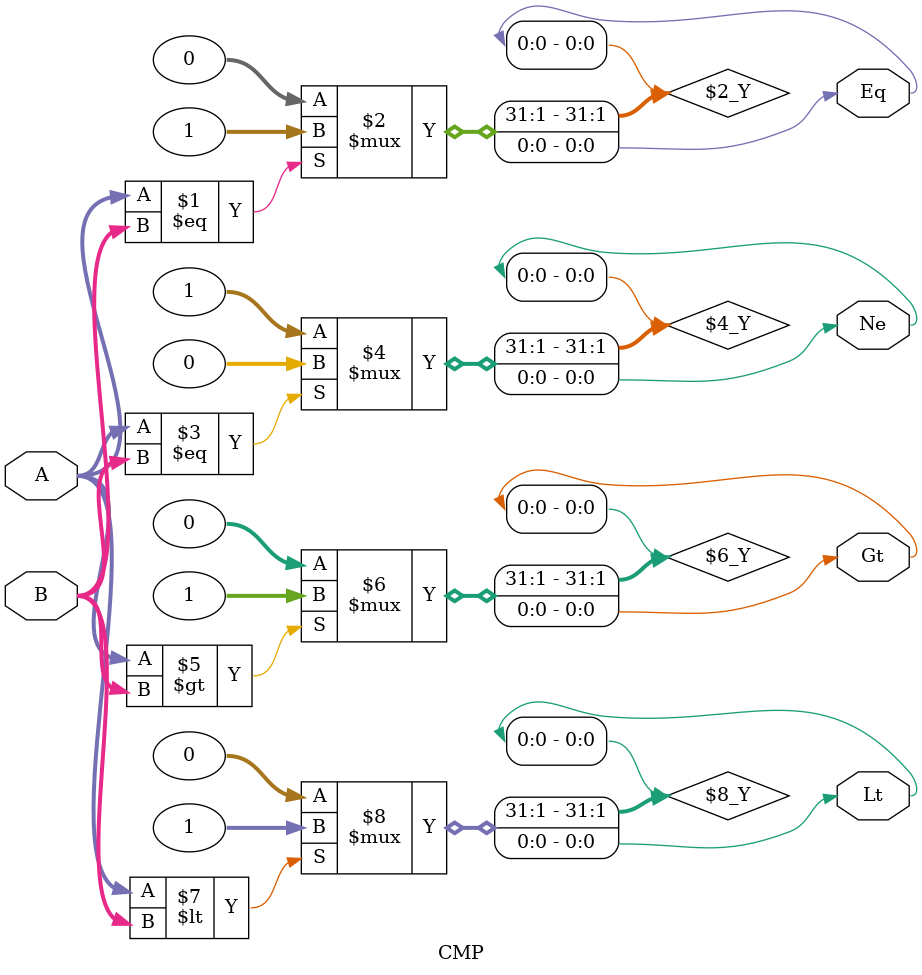
<source format=v>
module CMP #(
    parameter WIDTH = 32
) (
    input   wire    [ WIDTH - 1 : 0]    A,
    input   wire    [ WIDTH - 1 : 0]    B,
    output  wire                        Eq,
    output  wire                        Ne,
    output  wire                        Gt,
    output  wire                        Lt
);
    
    assign  Eq  =   A == B? 1 : 0;
    assign  Ne  =   A == B? 0 : 1;
    assign  Gt  =   A >  B? 1 : 0;
    assign  Lt  =   A <  B? 1 : 0;


endmodule
</source>
